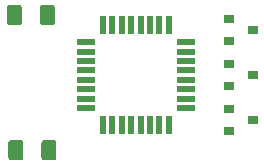
<source format=gbr>
G04 #@! TF.GenerationSoftware,KiCad,Pcbnew,5.0.1*
G04 #@! TF.CreationDate,2019-03-16T14:53:00+03:00*
G04 #@! TF.ProjectId,smartpoi,736D617274706F692E6B696361645F70,rev?*
G04 #@! TF.SameCoordinates,Original*
G04 #@! TF.FileFunction,Paste,Top*
G04 #@! TF.FilePolarity,Positive*
%FSLAX46Y46*%
G04 Gerber Fmt 4.6, Leading zero omitted, Abs format (unit mm)*
G04 Created by KiCad (PCBNEW 5.0.1) date Сб 16 мар 2019 14:53:00*
%MOMM*%
%LPD*%
G01*
G04 APERTURE LIST*
%ADD10R,0.900000X0.800000*%
%ADD11C,0.100000*%
%ADD12C,1.250000*%
%ADD13R,0.550000X1.600000*%
%ADD14R,1.600000X0.550000*%
G04 APERTURE END LIST*
D10*
G04 #@! TO.C,Q1*
X127270000Y-91760000D03*
X127270000Y-93660000D03*
X129270000Y-92710000D03*
G04 #@! TD*
G04 #@! TO.C,Q2*
X129270000Y-88900000D03*
X127270000Y-89850000D03*
X127270000Y-87950000D03*
G04 #@! TD*
G04 #@! TO.C,Q3*
X127270000Y-84140000D03*
X127270000Y-86040000D03*
X129270000Y-85090000D03*
G04 #@! TD*
D11*
G04 #@! TO.C,R1*
G36*
X109489504Y-82946204D02*
X109513773Y-82949804D01*
X109537571Y-82955765D01*
X109560671Y-82964030D01*
X109582849Y-82974520D01*
X109603893Y-82987133D01*
X109623598Y-83001747D01*
X109641777Y-83018223D01*
X109658253Y-83036402D01*
X109672867Y-83056107D01*
X109685480Y-83077151D01*
X109695970Y-83099329D01*
X109704235Y-83122429D01*
X109710196Y-83146227D01*
X109713796Y-83170496D01*
X109715000Y-83195000D01*
X109715000Y-84445000D01*
X109713796Y-84469504D01*
X109710196Y-84493773D01*
X109704235Y-84517571D01*
X109695970Y-84540671D01*
X109685480Y-84562849D01*
X109672867Y-84583893D01*
X109658253Y-84603598D01*
X109641777Y-84621777D01*
X109623598Y-84638253D01*
X109603893Y-84652867D01*
X109582849Y-84665480D01*
X109560671Y-84675970D01*
X109537571Y-84684235D01*
X109513773Y-84690196D01*
X109489504Y-84693796D01*
X109465000Y-84695000D01*
X108715000Y-84695000D01*
X108690496Y-84693796D01*
X108666227Y-84690196D01*
X108642429Y-84684235D01*
X108619329Y-84675970D01*
X108597151Y-84665480D01*
X108576107Y-84652867D01*
X108556402Y-84638253D01*
X108538223Y-84621777D01*
X108521747Y-84603598D01*
X108507133Y-84583893D01*
X108494520Y-84562849D01*
X108484030Y-84540671D01*
X108475765Y-84517571D01*
X108469804Y-84493773D01*
X108466204Y-84469504D01*
X108465000Y-84445000D01*
X108465000Y-83195000D01*
X108466204Y-83170496D01*
X108469804Y-83146227D01*
X108475765Y-83122429D01*
X108484030Y-83099329D01*
X108494520Y-83077151D01*
X108507133Y-83056107D01*
X108521747Y-83036402D01*
X108538223Y-83018223D01*
X108556402Y-83001747D01*
X108576107Y-82987133D01*
X108597151Y-82974520D01*
X108619329Y-82964030D01*
X108642429Y-82955765D01*
X108666227Y-82949804D01*
X108690496Y-82946204D01*
X108715000Y-82945000D01*
X109465000Y-82945000D01*
X109489504Y-82946204D01*
X109489504Y-82946204D01*
G37*
D12*
X109090000Y-83820000D03*
D11*
G36*
X112289504Y-82946204D02*
X112313773Y-82949804D01*
X112337571Y-82955765D01*
X112360671Y-82964030D01*
X112382849Y-82974520D01*
X112403893Y-82987133D01*
X112423598Y-83001747D01*
X112441777Y-83018223D01*
X112458253Y-83036402D01*
X112472867Y-83056107D01*
X112485480Y-83077151D01*
X112495970Y-83099329D01*
X112504235Y-83122429D01*
X112510196Y-83146227D01*
X112513796Y-83170496D01*
X112515000Y-83195000D01*
X112515000Y-84445000D01*
X112513796Y-84469504D01*
X112510196Y-84493773D01*
X112504235Y-84517571D01*
X112495970Y-84540671D01*
X112485480Y-84562849D01*
X112472867Y-84583893D01*
X112458253Y-84603598D01*
X112441777Y-84621777D01*
X112423598Y-84638253D01*
X112403893Y-84652867D01*
X112382849Y-84665480D01*
X112360671Y-84675970D01*
X112337571Y-84684235D01*
X112313773Y-84690196D01*
X112289504Y-84693796D01*
X112265000Y-84695000D01*
X111515000Y-84695000D01*
X111490496Y-84693796D01*
X111466227Y-84690196D01*
X111442429Y-84684235D01*
X111419329Y-84675970D01*
X111397151Y-84665480D01*
X111376107Y-84652867D01*
X111356402Y-84638253D01*
X111338223Y-84621777D01*
X111321747Y-84603598D01*
X111307133Y-84583893D01*
X111294520Y-84562849D01*
X111284030Y-84540671D01*
X111275765Y-84517571D01*
X111269804Y-84493773D01*
X111266204Y-84469504D01*
X111265000Y-84445000D01*
X111265000Y-83195000D01*
X111266204Y-83170496D01*
X111269804Y-83146227D01*
X111275765Y-83122429D01*
X111284030Y-83099329D01*
X111294520Y-83077151D01*
X111307133Y-83056107D01*
X111321747Y-83036402D01*
X111338223Y-83018223D01*
X111356402Y-83001747D01*
X111376107Y-82987133D01*
X111397151Y-82974520D01*
X111419329Y-82964030D01*
X111442429Y-82955765D01*
X111466227Y-82949804D01*
X111490496Y-82946204D01*
X111515000Y-82945000D01*
X112265000Y-82945000D01*
X112289504Y-82946204D01*
X112289504Y-82946204D01*
G37*
D12*
X111890000Y-83820000D03*
G04 #@! TD*
D13*
G04 #@! TO.C,U1*
X122180000Y-84650000D03*
X121380000Y-84650000D03*
X120580000Y-84650000D03*
X119780000Y-84650000D03*
X118980000Y-84650000D03*
X118180000Y-84650000D03*
X117380000Y-84650000D03*
X116580000Y-84650000D03*
D14*
X115130000Y-86100000D03*
X115130000Y-86900000D03*
X115130000Y-87700000D03*
X115130000Y-88500000D03*
X115130000Y-89300000D03*
X115130000Y-90100000D03*
X115130000Y-90900000D03*
X115130000Y-91700000D03*
D13*
X116580000Y-93150000D03*
X117380000Y-93150000D03*
X118180000Y-93150000D03*
X118980000Y-93150000D03*
X119780000Y-93150000D03*
X120580000Y-93150000D03*
X121380000Y-93150000D03*
X122180000Y-93150000D03*
D14*
X123630000Y-91700000D03*
X123630000Y-90900000D03*
X123630000Y-90100000D03*
X123630000Y-89300000D03*
X123630000Y-88500000D03*
X123630000Y-87700000D03*
X123630000Y-86900000D03*
X123630000Y-86100000D03*
G04 #@! TD*
D11*
G04 #@! TO.C,C1*
G36*
X109619504Y-94376204D02*
X109643773Y-94379804D01*
X109667571Y-94385765D01*
X109690671Y-94394030D01*
X109712849Y-94404520D01*
X109733893Y-94417133D01*
X109753598Y-94431747D01*
X109771777Y-94448223D01*
X109788253Y-94466402D01*
X109802867Y-94486107D01*
X109815480Y-94507151D01*
X109825970Y-94529329D01*
X109834235Y-94552429D01*
X109840196Y-94576227D01*
X109843796Y-94600496D01*
X109845000Y-94625000D01*
X109845000Y-95875000D01*
X109843796Y-95899504D01*
X109840196Y-95923773D01*
X109834235Y-95947571D01*
X109825970Y-95970671D01*
X109815480Y-95992849D01*
X109802867Y-96013893D01*
X109788253Y-96033598D01*
X109771777Y-96051777D01*
X109753598Y-96068253D01*
X109733893Y-96082867D01*
X109712849Y-96095480D01*
X109690671Y-96105970D01*
X109667571Y-96114235D01*
X109643773Y-96120196D01*
X109619504Y-96123796D01*
X109595000Y-96125000D01*
X108845000Y-96125000D01*
X108820496Y-96123796D01*
X108796227Y-96120196D01*
X108772429Y-96114235D01*
X108749329Y-96105970D01*
X108727151Y-96095480D01*
X108706107Y-96082867D01*
X108686402Y-96068253D01*
X108668223Y-96051777D01*
X108651747Y-96033598D01*
X108637133Y-96013893D01*
X108624520Y-95992849D01*
X108614030Y-95970671D01*
X108605765Y-95947571D01*
X108599804Y-95923773D01*
X108596204Y-95899504D01*
X108595000Y-95875000D01*
X108595000Y-94625000D01*
X108596204Y-94600496D01*
X108599804Y-94576227D01*
X108605765Y-94552429D01*
X108614030Y-94529329D01*
X108624520Y-94507151D01*
X108637133Y-94486107D01*
X108651747Y-94466402D01*
X108668223Y-94448223D01*
X108686402Y-94431747D01*
X108706107Y-94417133D01*
X108727151Y-94404520D01*
X108749329Y-94394030D01*
X108772429Y-94385765D01*
X108796227Y-94379804D01*
X108820496Y-94376204D01*
X108845000Y-94375000D01*
X109595000Y-94375000D01*
X109619504Y-94376204D01*
X109619504Y-94376204D01*
G37*
D12*
X109220000Y-95250000D03*
D11*
G36*
X112419504Y-94376204D02*
X112443773Y-94379804D01*
X112467571Y-94385765D01*
X112490671Y-94394030D01*
X112512849Y-94404520D01*
X112533893Y-94417133D01*
X112553598Y-94431747D01*
X112571777Y-94448223D01*
X112588253Y-94466402D01*
X112602867Y-94486107D01*
X112615480Y-94507151D01*
X112625970Y-94529329D01*
X112634235Y-94552429D01*
X112640196Y-94576227D01*
X112643796Y-94600496D01*
X112645000Y-94625000D01*
X112645000Y-95875000D01*
X112643796Y-95899504D01*
X112640196Y-95923773D01*
X112634235Y-95947571D01*
X112625970Y-95970671D01*
X112615480Y-95992849D01*
X112602867Y-96013893D01*
X112588253Y-96033598D01*
X112571777Y-96051777D01*
X112553598Y-96068253D01*
X112533893Y-96082867D01*
X112512849Y-96095480D01*
X112490671Y-96105970D01*
X112467571Y-96114235D01*
X112443773Y-96120196D01*
X112419504Y-96123796D01*
X112395000Y-96125000D01*
X111645000Y-96125000D01*
X111620496Y-96123796D01*
X111596227Y-96120196D01*
X111572429Y-96114235D01*
X111549329Y-96105970D01*
X111527151Y-96095480D01*
X111506107Y-96082867D01*
X111486402Y-96068253D01*
X111468223Y-96051777D01*
X111451747Y-96033598D01*
X111437133Y-96013893D01*
X111424520Y-95992849D01*
X111414030Y-95970671D01*
X111405765Y-95947571D01*
X111399804Y-95923773D01*
X111396204Y-95899504D01*
X111395000Y-95875000D01*
X111395000Y-94625000D01*
X111396204Y-94600496D01*
X111399804Y-94576227D01*
X111405765Y-94552429D01*
X111414030Y-94529329D01*
X111424520Y-94507151D01*
X111437133Y-94486107D01*
X111451747Y-94466402D01*
X111468223Y-94448223D01*
X111486402Y-94431747D01*
X111506107Y-94417133D01*
X111527151Y-94404520D01*
X111549329Y-94394030D01*
X111572429Y-94385765D01*
X111596227Y-94379804D01*
X111620496Y-94376204D01*
X111645000Y-94375000D01*
X112395000Y-94375000D01*
X112419504Y-94376204D01*
X112419504Y-94376204D01*
G37*
D12*
X112020000Y-95250000D03*
G04 #@! TD*
M02*

</source>
